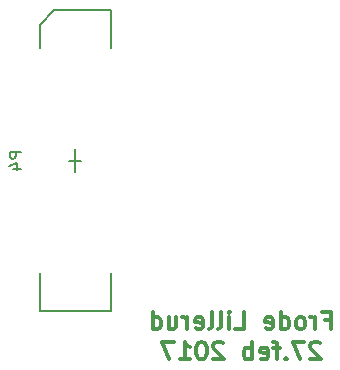
<source format=gbo>
G04 #@! TF.GenerationSoftware,KiCad,Pcbnew,no-vcs-found-799c8b6~57~ubuntu16.04.1*
G04 #@! TF.CreationDate,2017-02-27T20:11:45+01:00*
G04 #@! TF.ProjectId,GhostSensorboard,47686F737453656E736F72626F617264,rev?*
G04 #@! TF.FileFunction,Legend,Bot*
G04 #@! TF.FilePolarity,Positive*
%FSLAX46Y46*%
G04 Gerber Fmt 4.6, Leading zero omitted, Abs format (unit mm)*
G04 Created by KiCad (PCBNEW no-vcs-found-799c8b6~57~ubuntu16.04.1) date Mon Feb 27 20:11:45 2017*
%MOMM*%
%LPD*%
G01*
G04 APERTURE LIST*
%ADD10C,0.100000*%
%ADD11C,0.300000*%
%ADD12C,0.150000*%
G04 APERTURE END LIST*
D10*
D11*
X130754034Y-113913537D02*
X131254034Y-113913537D01*
X131254034Y-114699251D02*
X131254034Y-113199251D01*
X130539748Y-113199251D01*
X129968320Y-114699251D02*
X129968320Y-113699251D01*
X129968320Y-113984965D02*
X129896891Y-113842108D01*
X129825462Y-113770680D01*
X129682605Y-113699251D01*
X129539748Y-113699251D01*
X128825462Y-114699251D02*
X128968320Y-114627822D01*
X129039748Y-114556394D01*
X129111177Y-114413537D01*
X129111177Y-113984965D01*
X129039748Y-113842108D01*
X128968320Y-113770680D01*
X128825462Y-113699251D01*
X128611177Y-113699251D01*
X128468320Y-113770680D01*
X128396891Y-113842108D01*
X128325462Y-113984965D01*
X128325462Y-114413537D01*
X128396891Y-114556394D01*
X128468320Y-114627822D01*
X128611177Y-114699251D01*
X128825462Y-114699251D01*
X127039748Y-114699251D02*
X127039748Y-113199251D01*
X127039748Y-114627822D02*
X127182605Y-114699251D01*
X127468320Y-114699251D01*
X127611177Y-114627822D01*
X127682605Y-114556394D01*
X127754034Y-114413537D01*
X127754034Y-113984965D01*
X127682605Y-113842108D01*
X127611177Y-113770680D01*
X127468320Y-113699251D01*
X127182605Y-113699251D01*
X127039748Y-113770680D01*
X125754034Y-114627822D02*
X125896891Y-114699251D01*
X126182605Y-114699251D01*
X126325462Y-114627822D01*
X126396891Y-114484965D01*
X126396891Y-113913537D01*
X126325462Y-113770680D01*
X126182605Y-113699251D01*
X125896891Y-113699251D01*
X125754034Y-113770680D01*
X125682605Y-113913537D01*
X125682605Y-114056394D01*
X126396891Y-114199251D01*
X123182605Y-114699251D02*
X123896891Y-114699251D01*
X123896891Y-113199251D01*
X122682605Y-114699251D02*
X122682605Y-113699251D01*
X122682605Y-113199251D02*
X122754034Y-113270680D01*
X122682605Y-113342108D01*
X122611177Y-113270680D01*
X122682605Y-113199251D01*
X122682605Y-113342108D01*
X121754034Y-114699251D02*
X121896891Y-114627822D01*
X121968320Y-114484965D01*
X121968320Y-113199251D01*
X120968320Y-114699251D02*
X121111177Y-114627822D01*
X121182605Y-114484965D01*
X121182605Y-113199251D01*
X119825462Y-114627822D02*
X119968320Y-114699251D01*
X120254034Y-114699251D01*
X120396891Y-114627822D01*
X120468320Y-114484965D01*
X120468320Y-113913537D01*
X120396891Y-113770680D01*
X120254034Y-113699251D01*
X119968320Y-113699251D01*
X119825462Y-113770680D01*
X119754034Y-113913537D01*
X119754034Y-114056394D01*
X120468320Y-114199251D01*
X119111177Y-114699251D02*
X119111177Y-113699251D01*
X119111177Y-113984965D02*
X119039748Y-113842108D01*
X118968320Y-113770680D01*
X118825462Y-113699251D01*
X118682605Y-113699251D01*
X117539748Y-113699251D02*
X117539748Y-114699251D01*
X118182605Y-113699251D02*
X118182605Y-114484965D01*
X118111177Y-114627822D01*
X117968320Y-114699251D01*
X117754034Y-114699251D01*
X117611177Y-114627822D01*
X117539748Y-114556394D01*
X116182605Y-114699251D02*
X116182605Y-113199251D01*
X116182605Y-114627822D02*
X116325462Y-114699251D01*
X116611177Y-114699251D01*
X116754034Y-114627822D01*
X116825462Y-114556394D01*
X116896891Y-114413537D01*
X116896891Y-113984965D01*
X116825462Y-113842108D01*
X116754034Y-113770680D01*
X116611177Y-113699251D01*
X116325462Y-113699251D01*
X116182605Y-113770680D01*
X130396891Y-115892108D02*
X130325462Y-115820680D01*
X130182605Y-115749251D01*
X129825462Y-115749251D01*
X129682605Y-115820680D01*
X129611177Y-115892108D01*
X129539748Y-116034965D01*
X129539748Y-116177822D01*
X129611177Y-116392108D01*
X130468320Y-117249251D01*
X129539748Y-117249251D01*
X129039748Y-115749251D02*
X128039748Y-115749251D01*
X128682605Y-117249251D01*
X127468320Y-117106394D02*
X127396891Y-117177822D01*
X127468320Y-117249251D01*
X127539748Y-117177822D01*
X127468320Y-117106394D01*
X127468320Y-117249251D01*
X126968320Y-116249251D02*
X126396891Y-116249251D01*
X126754034Y-117249251D02*
X126754034Y-115963537D01*
X126682605Y-115820680D01*
X126539748Y-115749251D01*
X126396891Y-115749251D01*
X125325462Y-117177822D02*
X125468320Y-117249251D01*
X125754034Y-117249251D01*
X125896891Y-117177822D01*
X125968320Y-117034965D01*
X125968320Y-116463537D01*
X125896891Y-116320680D01*
X125754034Y-116249251D01*
X125468320Y-116249251D01*
X125325462Y-116320680D01*
X125254034Y-116463537D01*
X125254034Y-116606394D01*
X125968320Y-116749251D01*
X124611177Y-117249251D02*
X124611177Y-115749251D01*
X124611177Y-116320680D02*
X124468320Y-116249251D01*
X124182605Y-116249251D01*
X124039748Y-116320680D01*
X123968320Y-116392108D01*
X123896891Y-116534965D01*
X123896891Y-116963537D01*
X123968320Y-117106394D01*
X124039748Y-117177822D01*
X124182605Y-117249251D01*
X124468320Y-117249251D01*
X124611177Y-117177822D01*
X122182605Y-115892108D02*
X122111177Y-115820680D01*
X121968320Y-115749251D01*
X121611177Y-115749251D01*
X121468320Y-115820680D01*
X121396891Y-115892108D01*
X121325462Y-116034965D01*
X121325462Y-116177822D01*
X121396891Y-116392108D01*
X122254034Y-117249251D01*
X121325462Y-117249251D01*
X120396891Y-115749251D02*
X120254034Y-115749251D01*
X120111177Y-115820680D01*
X120039748Y-115892108D01*
X119968320Y-116034965D01*
X119896891Y-116320680D01*
X119896891Y-116677822D01*
X119968320Y-116963537D01*
X120039748Y-117106394D01*
X120111177Y-117177822D01*
X120254034Y-117249251D01*
X120396891Y-117249251D01*
X120539748Y-117177822D01*
X120611177Y-117106394D01*
X120682605Y-116963537D01*
X120754034Y-116677822D01*
X120754034Y-116320680D01*
X120682605Y-116034965D01*
X120611177Y-115892108D01*
X120539748Y-115820680D01*
X120396891Y-115749251D01*
X118468320Y-117249251D02*
X119325462Y-117249251D01*
X118896891Y-117249251D02*
X118896891Y-115749251D01*
X119039748Y-115963537D01*
X119182605Y-116106394D01*
X119325462Y-116177822D01*
X117968320Y-115749251D02*
X116968320Y-115749251D01*
X117611177Y-117249251D01*
D12*
X109618780Y-100411280D02*
X110118780Y-100411280D01*
X109618780Y-100411280D02*
X109118780Y-100411280D01*
X109618780Y-100411280D02*
X109618780Y-99411280D01*
X109618780Y-100411280D02*
X109618780Y-101411280D01*
X107868780Y-87661280D02*
X112618780Y-87661280D01*
X106618780Y-88911280D02*
X107868780Y-87661280D01*
X106618780Y-88911280D02*
X106618780Y-90911280D01*
X112618780Y-90911280D02*
X112618780Y-87661280D01*
X112618780Y-113161280D02*
X112618780Y-109911280D01*
X106618780Y-113161280D02*
X112618780Y-113161280D01*
X106618780Y-109911280D02*
X106618780Y-113161280D01*
X105071160Y-99673184D02*
X104071160Y-99673184D01*
X104071160Y-100054137D01*
X104118780Y-100149375D01*
X104166399Y-100196994D01*
X104261637Y-100244613D01*
X104404494Y-100244613D01*
X104499732Y-100196994D01*
X104547351Y-100149375D01*
X104594970Y-100054137D01*
X104594970Y-99673184D01*
X104404494Y-101101756D02*
X105071160Y-101101756D01*
X104023541Y-100863660D02*
X104737827Y-100625565D01*
X104737827Y-101244613D01*
M02*

</source>
